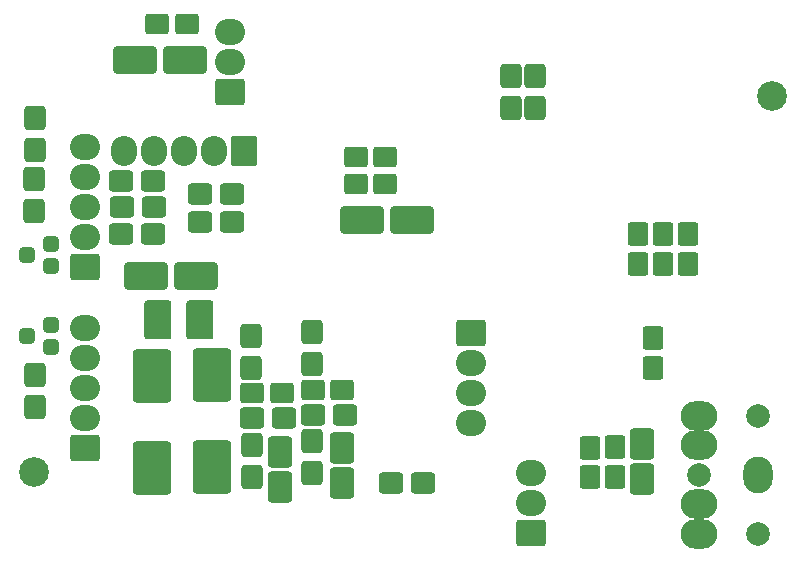
<source format=gbs>
%TF.GenerationSoftware,KiCad,Pcbnew,6.0.5-a6ca702e91~116~ubuntu20.04.1*%
%TF.CreationDate,2022-06-15T21:10:52+02:00*%
%TF.ProjectId,vwcdpic_with_BT,76776364-7069-4635-9f77-6974685f4254,rev?*%
%TF.SameCoordinates,Original*%
%TF.FileFunction,Soldermask,Bot*%
%TF.FilePolarity,Negative*%
%FSLAX46Y46*%
G04 Gerber Fmt 4.6, Leading zero omitted, Abs format (unit mm)*
G04 Created by KiCad (PCBNEW 6.0.5-a6ca702e91~116~ubuntu20.04.1) date 2022-06-15 21:10:52*
%MOMM*%
%LPD*%
G01*
G04 APERTURE LIST*
G04 Aperture macros list*
%AMRoundRect*
0 Rectangle with rounded corners*
0 $1 Rounding radius*
0 $2 $3 $4 $5 $6 $7 $8 $9 X,Y pos of 4 corners*
0 Add a 4 corners polygon primitive as box body*
4,1,4,$2,$3,$4,$5,$6,$7,$8,$9,$2,$3,0*
0 Add four circle primitives for the rounded corners*
1,1,$1+$1,$2,$3*
1,1,$1+$1,$4,$5*
1,1,$1+$1,$6,$7*
1,1,$1+$1,$8,$9*
0 Add four rect primitives between the rounded corners*
20,1,$1+$1,$2,$3,$4,$5,0*
20,1,$1+$1,$4,$5,$6,$7,0*
20,1,$1+$1,$6,$7,$8,$9,0*
20,1,$1+$1,$8,$9,$2,$3,0*%
G04 Aperture macros list end*
%ADD10RoundRect,0.254000X-1.016000X-0.863600X1.016000X-0.863600X1.016000X0.863600X-1.016000X0.863600X0*%
%ADD11O,2.540000X2.235200*%
%ADD12RoundRect,0.254000X-0.863600X1.016000X-0.863600X-1.016000X0.863600X-1.016000X0.863600X1.016000X0*%
%ADD13O,2.235200X2.540000*%
%ADD14RoundRect,0.254000X1.016000X0.863600X-1.016000X0.863600X-1.016000X-0.863600X1.016000X-0.863600X0*%
%ADD15C,2.008000*%
%ADD16O,2.508000X3.108000*%
%ADD17O,3.108000X2.508000*%
%ADD18RoundRect,0.254000X0.650000X-0.750000X0.650000X0.750000X-0.650000X0.750000X-0.650000X-0.750000X0*%
%ADD19RoundRect,0.254000X0.750000X0.625000X-0.750000X0.625000X-0.750000X-0.625000X0.750000X-0.625000X0*%
%ADD20RoundRect,0.254000X-0.750000X-0.650000X0.750000X-0.650000X0.750000X0.650000X-0.750000X0.650000X0*%
%ADD21RoundRect,0.254000X-0.625000X0.750000X-0.625000X-0.750000X0.625000X-0.750000X0.625000X0.750000X0*%
%ADD22RoundRect,0.254000X-0.750570X1.074420X-0.750570X-1.074420X0.750570X-1.074420X0.750570X1.074420X0*%
%ADD23RoundRect,0.254000X-0.889000X-1.397000X0.889000X-1.397000X0.889000X1.397000X-0.889000X1.397000X0*%
%ADD24RoundRect,0.254000X-1.350010X2.000250X-1.350010X-2.000250X1.350010X-2.000250X1.350010X2.000250X0*%
%ADD25RoundRect,0.254000X0.750000X0.650000X-0.750000X0.650000X-0.750000X-0.650000X0.750000X-0.650000X0*%
%ADD26RoundRect,0.254000X0.625000X-0.750000X0.625000X0.750000X-0.625000X0.750000X-0.625000X-0.750000X0*%
%ADD27RoundRect,0.254000X-0.400050X0.400050X-0.400050X-0.400050X0.400050X-0.400050X0.400050X0.400050X0*%
%ADD28RoundRect,0.254000X1.574800X0.900430X-1.574800X0.900430X-1.574800X-0.900430X1.574800X-0.900430X0*%
%ADD29RoundRect,0.254000X-0.750000X-0.625000X0.750000X-0.625000X0.750000X0.625000X-0.750000X0.625000X0*%
%ADD30RoundRect,0.254000X-0.650000X0.750000X-0.650000X-0.750000X0.650000X-0.750000X0.650000X0.750000X0*%
%ADD31C,2.508000*%
G04 APERTURE END LIST*
D10*
%TO.C,P3*%
X95758000Y-62992000D03*
D11*
X95758000Y-65532000D03*
X95758000Y-68072000D03*
X95758000Y-70612000D03*
%TD*%
D12*
%TO.C,P2*%
X76494020Y-47558210D03*
D13*
X73954020Y-47558210D03*
X71414020Y-47558210D03*
X68874020Y-47558210D03*
X66334020Y-47558210D03*
%TD*%
D14*
%TO.C,P4*%
X100866200Y-79923000D03*
D11*
X100866200Y-77383000D03*
X100866200Y-74843000D03*
%TD*%
D14*
%TO.C,J6*%
X63092000Y-72714800D03*
D11*
X63092000Y-70174800D03*
X63092000Y-67634800D03*
X63092000Y-65094800D03*
X63092000Y-62554800D03*
%TD*%
D15*
%TO.C,J7*%
X120062000Y-79970000D03*
X120062000Y-69970000D03*
X115062000Y-74970000D03*
D16*
X120062000Y-74970000D03*
D17*
X115062000Y-79970000D03*
X115062000Y-77470000D03*
X115062000Y-72470000D03*
X115062000Y-69970000D03*
%TD*%
D14*
%TO.C,J8*%
X63054910Y-57408010D03*
D11*
X63054910Y-54868010D03*
X63054910Y-52328010D03*
X63054910Y-49788010D03*
X63054910Y-47248010D03*
%TD*%
D14*
%TO.C,P1*%
X75348510Y-42579810D03*
D11*
X75348510Y-40039810D03*
X75348510Y-37499810D03*
%TD*%
D18*
%TO.C,R16*%
X82290600Y-65586600D03*
X82290600Y-62886600D03*
%TD*%
D19*
%TO.C,C18*%
X84836000Y-67792600D03*
X82336000Y-67792600D03*
%TD*%
D20*
%TO.C,R22*%
X77210600Y-70154800D03*
X79910600Y-70154800D03*
%TD*%
%TO.C,R24*%
X82341400Y-69900800D03*
X85041400Y-69900800D03*
%TD*%
D21*
%TO.C,C28*%
X107952800Y-72627800D03*
X107952800Y-75127800D03*
%TD*%
D22*
%TO.C,C13*%
X84825510Y-72703690D03*
X84825510Y-75705970D03*
%TD*%
D18*
%TO.C,R31*%
X99100800Y-43904200D03*
X99100800Y-41204200D03*
%TD*%
%TO.C,R26*%
X101183600Y-43922000D03*
X101183600Y-41222000D03*
%TD*%
D21*
%TO.C,C5*%
X111190000Y-63400000D03*
X111190000Y-65900000D03*
%TD*%
D18*
%TO.C,R17*%
X82316000Y-74810600D03*
X82316000Y-72110600D03*
%TD*%
D21*
%TO.C,C26*%
X105793800Y-72698600D03*
X105793800Y-75198600D03*
%TD*%
D22*
%TO.C,C22*%
X110264200Y-72325860D03*
X110264200Y-75328140D03*
%TD*%
D23*
%TO.C,L1*%
X69264200Y-61879480D03*
X72820200Y-61879480D03*
%TD*%
D24*
%TO.C,C11*%
X73836200Y-66548000D03*
X73836200Y-74325480D03*
%TD*%
%TO.C,C10*%
X68756200Y-66626740D03*
X68756200Y-74404220D03*
%TD*%
D19*
%TO.C,C17*%
X79714400Y-68046600D03*
X77214400Y-68046600D03*
%TD*%
D25*
%TO.C,R4*%
X75489200Y-51241210D03*
X72789200Y-51241210D03*
%TD*%
%TO.C,R2*%
X68889000Y-52308010D03*
X66189000Y-52308010D03*
%TD*%
D18*
%TO.C,R32*%
X58790000Y-52620000D03*
X58790000Y-49920000D03*
%TD*%
D26*
%TO.C,C33*%
X109920000Y-57100000D03*
X109920000Y-54600000D03*
%TD*%
D27*
%TO.C,Q1*%
X60182760Y-55438000D03*
X60182760Y-57338000D03*
X58183780Y-56388000D03*
%TD*%
D18*
%TO.C,R6*%
X77163600Y-65913000D03*
X77163600Y-63213000D03*
%TD*%
D22*
%TO.C,C3*%
X79602000Y-73022460D03*
X79602000Y-76024740D03*
%TD*%
D25*
%TO.C,R3*%
X75518400Y-53552610D03*
X72818400Y-53552610D03*
%TD*%
D19*
%TO.C,C24*%
X88493918Y-48095902D03*
X85993918Y-48095902D03*
%TD*%
D28*
%TO.C,C37*%
X72483980Y-58166000D03*
X68232020Y-58166000D03*
%TD*%
D18*
%TO.C,R7*%
X77214400Y-75137000D03*
X77214400Y-72437000D03*
%TD*%
D29*
%TO.C,C29*%
X85993918Y-50331102D03*
X88493918Y-50331102D03*
%TD*%
D28*
%TO.C,C1*%
X90792968Y-53410852D03*
X86541008Y-53410852D03*
%TD*%
D25*
%TO.C,R14*%
X91700000Y-75666600D03*
X89000000Y-75666600D03*
%TD*%
%TO.C,R1*%
X68838200Y-54619410D03*
X66138200Y-54619410D03*
%TD*%
%TO.C,R5*%
X68812800Y-50072810D03*
X66112800Y-50072810D03*
%TD*%
D28*
%TO.C,C34*%
X71535290Y-39881810D03*
X67283330Y-39881810D03*
%TD*%
D26*
%TO.C,C31*%
X114124900Y-57110000D03*
X114124900Y-54610000D03*
%TD*%
D18*
%TO.C,R29*%
X58830000Y-69250000D03*
X58830000Y-66550000D03*
%TD*%
D26*
%TO.C,C32*%
X112042100Y-57104600D03*
X112042100Y-54604600D03*
%TD*%
D30*
%TO.C,R30*%
X58800000Y-44800000D03*
X58800000Y-47500000D03*
%TD*%
D29*
%TO.C,C30*%
X69200710Y-36808410D03*
X71700710Y-36808410D03*
%TD*%
D27*
%TO.C,Q2*%
X60182760Y-62296000D03*
X60182760Y-64196000D03*
X58183780Y-63246000D03*
%TD*%
D31*
%TO.C,H1*%
X58753500Y-74705700D03*
X121253500Y-42905700D03*
%TD*%
M02*

</source>
